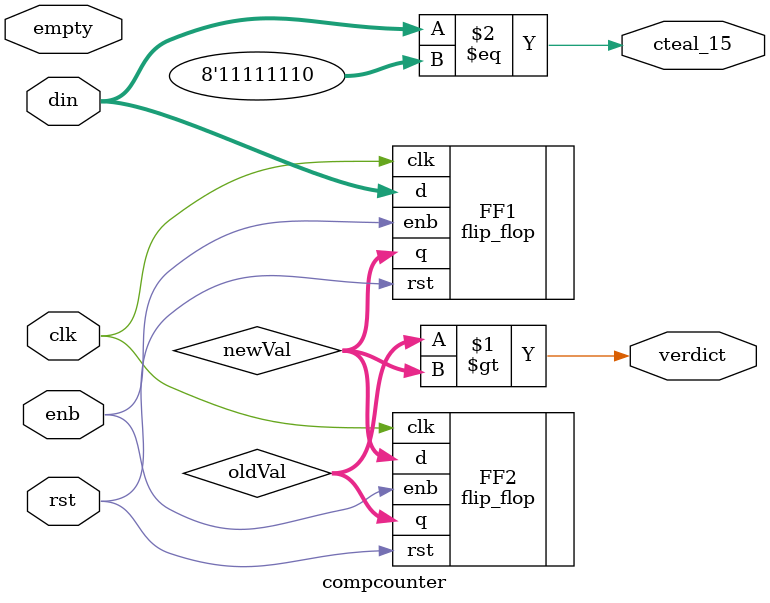
<source format=sv>
`timescale 1ns / 1ps


module  compcounter (
    input logic clk, rst, enb, empty,
    input logic [7:0] din,
    output logic verdict, cteal_15
    );

    // WIRES
    logic [7:0] newVal, oldVal;
    logic cont; //test wire that does nothing
    
    flip_flop FF1 (.clk, .rst, .enb, .d(din), .q(newVal));
    flip_flop FF2 (.clk, .rst, .enb, .d(newVal), .q(oldVal)); 
   
    assign verdict = (oldVal > newVal);
    assign cteal_15 = (din == 8'b11111110);
    
endmodule: compcounter

</source>
